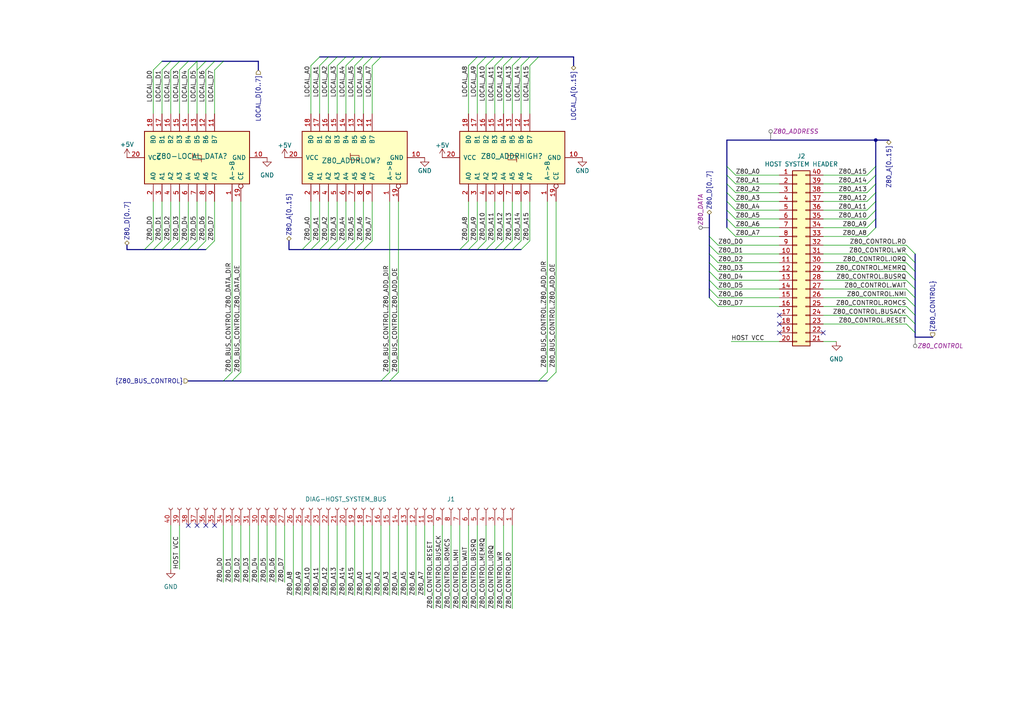
<source format=kicad_sch>
(kicad_sch (version 20230121) (generator eeschema)
  (paper "A4")
  (title_block (title "FujiNet Z80Bus reference design") (date "2023-05-13") (rev "0.1") (company "FujiNet") (comment 1 "Needs a sub schem for the physical ZXBus connector") (comment 2 "The host bus connection/buffering circuits"))
  (lib_symbols
    (symbol "74xx:74HC245" (pin_names (offset 1.016))
      (property "Reference" "U" (at -7.62 16.51 0))
      (property "Value" "74HC245" (at -7.62 -16.51 0))
      (symbol "74HC245_1_0"
        (polyline (pts (xy -0.635 -1.27) (xy -0.635 1.27) (xy 0.635 1.27)))
        (polyline (pts (xy -1.27 -1.27) (xy 0.635 -1.27) (xy 0.635 1.27) (xy 1.27 1.27)))
        (pin input line (at -12.7 -10.16 0) (length 5.08) (name "A->B") (number "1"))
        (pin power_in line (at 0 -20.32 90) (length 5.08) (name "GND") (number "10"))
        (pin tri_state line (at 12.7 -5.08 180) (length 5.08) (name "B7") (number "11"))
        (pin tri_state line (at 12.7 -2.54 180) (length 5.08) (name "B6") (number "12"))
        (pin tri_state line (at 12.7 0 180) (length 5.08) (name "B5") (number "13"))
        (pin tri_state line (at 12.7 2.54 180) (length 5.08) (name "B4") (number "14"))
        (pin tri_state line (at 12.7 5.08 180) (length 5.08) (name "B3") (number "15"))
        (pin tri_state line (at 12.7 7.62 180) (length 5.08) (name "B2") (number "16"))
        (pin tri_state line (at 12.7 10.16 180) (length 5.08) (name "B1") (number "17"))
        (pin tri_state line (at 12.7 12.7 180) (length 5.08) (name "B0") (number "18"))
        (pin input inverted (at -12.7 -12.7 0) (length 5.08) (name "CE") (number "19"))
        (pin tri_state line (at -12.7 12.7 0) (length 5.08) (name "A0") (number "2"))
        (pin power_in line (at 0 20.32 270) (length 5.08) (name "VCC") (number "20"))
        (pin tri_state line (at -12.7 10.16 0) (length 5.08) (name "A1") (number "3"))
        (pin tri_state line (at -12.7 7.62 0) (length 5.08) (name "A2") (number "4"))
        (pin tri_state line (at -12.7 5.08 0) (length 5.08) (name "A3") (number "5"))
        (pin tri_state line (at -12.7 2.54 0) (length 5.08) (name "A4") (number "6"))
        (pin tri_state line (at -12.7 0 0) (length 5.08) (name "A5") (number "7"))
        (pin tri_state line (at -12.7 -2.54 0) (length 5.08) (name "A6") (number "8"))
        (pin tri_state line (at -12.7 -5.08 0) (length 5.08) (name "A7") (number "9"))
      )
      (symbol "74HC245_1_1"
        (rectangle (start -7.62 15.24) (end 7.62 -15.24) (stroke (width 0.254)) (fill (type background)))
      )
    )
    (symbol "Connector:Conn_01x40_Socket" (pin_names (offset 1.016) hide)
      (property "Reference" "J" (at 0 50.8 0))
      (property "Value" "Conn_01x40_Socket" (at 0 -53.34 0))
      (symbol "Conn_01x40_Socket_1_1"
        (arc (start 0 -50.292) (mid -0.5058 -50.8) (end 0 -51.308) (stroke (width 0.1524)))
        (arc (start 0 -47.752) (mid -0.5058 -48.26) (end 0 -48.768) (stroke (width 0.1524)))
        (arc (start 0 -45.212) (mid -0.5058 -45.72) (end 0 -46.228) (stroke (width 0.1524)))
        (arc (start 0 -42.672) (mid -0.5058 -43.18) (end 0 -43.688) (stroke (width 0.1524)))
        (arc (start 0 -40.132) (mid -0.5058 -40.64) (end 0 -41.148) (stroke (width 0.1524)))
        (arc (start 0 -37.592) (mid -0.5058 -38.1) (end 0 -38.608) (stroke (width 0.1524)))
        (arc (start 0 -35.052) (mid -0.5058 -35.56) (end 0 -36.068) (stroke (width 0.1524)))
        (arc (start 0 -32.512) (mid -0.5058 -33.02) (end 0 -33.528) (stroke (width 0.1524)))
        (arc (start 0 -29.972) (mid -0.5058 -30.48) (end 0 -30.988) (stroke (width 0.1524)))
        (arc (start 0 -27.432) (mid -0.5058 -27.94) (end 0 -28.448) (stroke (width 0.1524)))
        (arc (start 0 -24.892) (mid -0.5058 -25.4) (end 0 -25.908) (stroke (width 0.1524)))
        (arc (start 0 -22.352) (mid -0.5058 -22.86) (end 0 -23.368) (stroke (width 0.1524)))
        (arc (start 0 -19.812) (mid -0.5058 -20.32) (end 0 -20.828) (stroke (width 0.1524)))
        (arc (start 0 -17.272) (mid -0.5058 -17.78) (end 0 -18.288) (stroke (width 0.1524)))
        (arc (start 0 -14.732) (mid -0.5058 -15.24) (end 0 -15.748) (stroke (width 0.1524)))
        (arc (start 0 -12.192) (mid -0.5058 -12.7) (end 0 -13.208) (stroke (width 0.1524)))
        (arc (start 0 -9.652) (mid -0.5058 -10.16) (end 0 -10.668) (stroke (width 0.1524)))
        (arc (start 0 -7.112) (mid -0.5058 -7.62) (end 0 -8.128) (stroke (width 0.1524)))
        (arc (start 0 -4.572) (mid -0.5058 -5.08) (end 0 -5.588) (stroke (width 0.1524)))
        (arc (start 0 -2.032) (mid -0.5058 -2.54) (end 0 -3.048) (stroke (width 0.1524)))
        (polyline (pts (xy -1.27 -50.8) (xy -0.508 -50.8)) (stroke (width 0.1524)))
        (polyline (pts (xy -1.27 -48.26) (xy -0.508 -48.26)) (stroke (width 0.1524)))
        (polyline (pts (xy -1.27 -45.72) (xy -0.508 -45.72)) (stroke (width 0.1524)))
        (polyline (pts (xy -1.27 -43.18) (xy -0.508 -43.18)) (stroke (width 0.1524)))
        (polyline (pts (xy -1.27 -40.64) (xy -0.508 -40.64)) (stroke (width 0.1524)))
        (polyline (pts (xy -1.27 -38.1) (xy -0.508 -38.1)) (stroke (width 0.1524)))
        (polyline (pts (xy -1.27 -35.56) (xy -0.508 -35.56)) (stroke (width 0.1524)))
        (polyline (pts (xy -1.27 -33.02) (xy -0.508 -33.02)) (stroke (width 0.1524)))
        (polyline (pts (xy -1.27 -30.48) (xy -0.508 -30.48)) (stroke (width 0.1524)))
        (polyline (pts (xy -1.27 -27.94) (xy -0.508 -27.94)) (stroke (width 0.1524)))
        (polyline (pts (xy -1.27 -25.4) (xy -0.508 -25.4)) (stroke (width 0.1524)))
        (polyline (pts (xy -1.27 -22.86) (xy -0.508 -22.86)) (stroke (width 0.1524)))
        (polyline (pts (xy -1.27 -20.32) (xy -0.508 -20.32)) (stroke (width 0.1524)))
        (polyline (pts (xy -1.27 -17.78) (xy -0.508 -17.78)) (stroke (width 0.1524)))
        (polyline (pts (xy -1.27 -15.24) (xy -0.508 -15.24)) (stroke (width 0.1524)))
        (polyline (pts (xy -1.27 -12.7) (xy -0.508 -12.7)) (stroke (width 0.1524)))
        (polyline (pts (xy -1.27 -10.16) (xy -0.508 -10.16)) (stroke (width 0.1524)))
        (polyline (pts (xy -1.27 -7.62) (xy -0.508 -7.62)) (stroke (width 0.1524)))
        (polyline (pts (xy -1.27 -5.08) (xy -0.508 -5.08)) (stroke (width 0.1524)))
        (polyline (pts (xy -1.27 -2.54) (xy -0.508 -2.54)) (stroke (width 0.1524)))
        (polyline (pts (xy -1.27 0) (xy -0.508 0)) (stroke (width 0.1524)))
        (polyline (pts (xy -1.27 2.54) (xy -0.508 2.54)) (stroke (width 0.1524)))
        (polyline (pts (xy -1.27 5.08) (xy -0.508 5.08)) (stroke (width 0.1524)))
        (polyline (pts (xy -1.27 7.62) (xy -0.508 7.62)) (stroke (width 0.1524)))
        (polyline (pts (xy -1.27 10.16) (xy -0.508 10.16)) (stroke (width 0.1524)))
        (polyline (pts (xy -1.27 12.7) (xy -0.508 12.7)) (stroke (width 0.1524)))
        (polyline (pts (xy -1.27 15.24) (xy -0.508 15.24)) (stroke (width 0.1524)))
        (polyline (pts (xy -1.27 17.78) (xy -0.508 17.78)) (stroke (width 0.1524)))
        (polyline (pts (xy -1.27 20.32) (xy -0.508 20.32)) (stroke (width 0.1524)))
        (polyline (pts (xy -1.27 22.86) (xy -0.508 22.86)) (stroke (width 0.1524)))
        (polyline (pts (xy -1.27 25.4) (xy -0.508 25.4)) (stroke (width 0.1524)))
        (polyline (pts (xy -1.27 27.94) (xy -0.508 27.94)) (stroke (width 0.1524)))
        (polyline (pts (xy -1.27 30.48) (xy -0.508 30.48)) (stroke (width 0.1524)))
        (polyline (pts (xy -1.27 33.02) (xy -0.508 33.02)) (stroke (width 0.1524)))
        (polyline (pts (xy -1.27 35.56) (xy -0.508 35.56)) (stroke (width 0.1524)))
        (polyline (pts (xy -1.27 38.1) (xy -0.508 38.1)) (stroke (width 0.1524)))
        (polyline (pts (xy -1.27 40.64) (xy -0.508 40.64)) (stroke (width 0.1524)))
        (polyline (pts (xy -1.27 43.18) (xy -0.508 43.18)) (stroke (width 0.1524)))
        (polyline (pts (xy -1.27 45.72) (xy -0.508 45.72)) (stroke (width 0.1524)))
        (polyline (pts (xy -1.27 48.26) (xy -0.508 48.26)) (stroke (width 0.1524)))
        (arc (start 0 0.508) (mid -0.5058 0) (end 0 -0.508) (stroke (width 0.1524)))
        (arc (start 0 3.048) (mid -0.5058 2.54) (end 0 2.032) (stroke (width 0.1524)))
        (arc (start 0 5.588) (mid -0.5058 5.08) (end 0 4.572) (stroke (width 0.1524)))
        (arc (start 0 8.128) (mid -0.5058 7.62) (end 0 7.112) (stroke (width 0.1524)))
        (arc (start 0 10.668) (mid -0.5058 10.16) (end 0 9.652) (stroke (width 0.1524)))
        (arc (start 0 13.208) (mid -0.5058 12.7) (end 0 12.192) (stroke (width 0.1524)))
        (arc (start 0 15.748) (mid -0.5058 15.24) (end 0 14.732) (stroke (width 0.1524)))
        (arc (start 0 18.288) (mid -0.5058 17.78) (end 0 17.272) (stroke (width 0.1524)))
        (arc (start 0 20.828) (mid -0.5058 20.32) (end 0 19.812) (stroke (width 0.1524)))
        (arc (start 0 23.368) (mid -0.5058 22.86) (end 0 22.352) (stroke (width 0.1524)))
        (arc (start 0 25.908) (mid -0.5058 25.4) (end 0 24.892) (stroke (width 0.1524)))
        (arc (start 0 28.448) (mid -0.5058 27.94) (end 0 27.432) (stroke (width 0.1524)))
        (arc (start 0 30.988) (mid -0.5058 30.48) (end 0 29.972) (stroke (width 0.1524)))
        (arc (start 0 33.528) (mid -0.5058 33.02) (end 0 32.512) (stroke (width 0.1524)))
        (arc (start 0 36.068) (mid -0.5058 35.56) (end 0 35.052) (stroke (width 0.1524)))
        (arc (start 0 38.608) (mid -0.5058 38.1) (end 0 37.592) (stroke (width 0.1524)))
        (arc (start 0 41.148) (mid -0.5058 40.64) (end 0 40.132) (stroke (width 0.1524)))
        (arc (start 0 43.688) (mid -0.5058 43.18) (end 0 42.672) (stroke (width 0.1524)))
        (arc (start 0 46.228) (mid -0.5058 45.72) (end 0 45.212) (stroke (width 0.1524)))
        (arc (start 0 48.768) (mid -0.5058 48.26) (end 0 47.752) (stroke (width 0.1524)))
        (pin passive line (at -5.08 48.26 0) (length 3.81) (name "Pin_1") (number "1"))
        (pin passive line (at -5.08 25.4 0) (length 3.81) (name "Pin_10") (number "10"))
        (pin passive line (at -5.08 22.86 0) (length 3.81) (name "Pin_11") (number "11"))
        (pin passive line (at -5.08 20.32 0) (length 3.81) (name "Pin_12") (number "12"))
        (pin passive line (at -5.08 17.78 0) (length 3.81) (name "Pin_13") (number "13"))
        (pin passive line (at -5.08 15.24 0) (length 3.81) (name "Pin_14") (number "14"))
        (pin passive line (at -5.08 12.7 0) (length 3.81) (name "Pin_15") (number "15"))
        (pin passive line (at -5.08 10.16 0) (length 3.81) (name "Pin_16") (number "16"))
        (pin passive line (at -5.08 7.62 0) (length 3.81) (name "Pin_17") (number "17"))
        (pin passive line (at -5.08 5.08 0) (length 3.81) (name "Pin_18") (number "18"))
        (pin passive line (at -5.08 2.54 0) (length 3.81) (name "Pin_19") (number "19"))
        (pin passive line (at -5.08 45.72 0) (length 3.81) (name "Pin_2") (number "2"))
        (pin passive line (at -5.08 0 0) (length 3.81) (name "Pin_20") (number "20"))
        (pin passive line (at -5.08 -2.54 0) (length 3.81) (name "Pin_21") (number "21"))
        (pin passive line (at -5.08 -5.08 0) (length 3.81) (name "Pin_22") (number "22"))
        (pin passive line (at -5.08 -7.62 0) (length 3.81) (name "Pin_23") (number "23"))
        (pin passive line (at -5.08 -10.16 0) (length 3.81) (name "Pin_24") (number "24"))
        (pin passive line (at -5.08 -12.7 0) (length 3.81) (name "Pin_25") (number "25"))
        (pin passive line (at -5.08 -15.24 0) (length 3.81) (name "Pin_26") (number "26"))
        (pin passive line (at -5.08 -17.78 0) (length 3.81) (name "Pin_27") (number "27"))
        (pin passive line (at -5.08 -20.32 0) (length 3.81) (name "Pin_28") (number "28"))
        (pin passive line (at -5.08 -22.86 0) (length 3.81) (name "Pin_29") (number "29"))
        (pin passive line (at -5.08 43.18 0) (length 3.81) (name "Pin_3") (number "3"))
        (pin passive line (at -5.08 -25.4 0) (length 3.81) (name "Pin_30") (number "30"))
        (pin passive line (at -5.08 -27.94 0) (length 3.81) (name "Pin_31") (number "31"))
        (pin passive line (at -5.08 -30.48 0) (length 3.81) (name "Pin_32") (number "32"))
        (pin passive line (at -5.08 -33.02 0) (length 3.81) (name "Pin_33") (number "33"))
        (pin passive line (at -5.08 -35.56 0) (length 3.81) (name "Pin_34") (number "34"))
        (pin passive line (at -5.08 -38.1 0) (length 3.81) (name "Pin_35") (number "35"))
        (pin passive line (at -5.08 -40.64 0) (length 3.81) (name "Pin_36") (number "36"))
        (pin passive line (at -5.08 -43.18 0) (length 3.81) (name "Pin_37") (number "37"))
        (pin passive line (at -5.08 -45.72 0) (length 3.81) (name "Pin_38") (number "38"))
        (pin passive line (at -5.08 -48.26 0) (length 3.81) (name "Pin_39") (number "39"))
        (pin passive line (at -5.08 40.64 0) (length 3.81) (name "Pin_4") (number "4"))
        (pin passive line (at -5.08 -50.8 0) (length 3.81) (name "Pin_40") (number "40"))
        (pin passive line (at -5.08 38.1 0) (length 3.81) (name "Pin_5") (number "5"))
        (pin passive line (at -5.08 35.56 0) (length 3.81) (name "Pin_6") (number "6"))
        (pin passive line (at -5.08 33.02 0) (length 3.81) (name "Pin_7") (number "7"))
        (pin passive line (at -5.08 30.48 0) (length 3.81) (name "Pin_8") (number "8"))
        (pin passive line (at -5.08 27.94 0) (length 3.81) (name "Pin_9") (number "9"))
      )
    )
    (symbol "Connector_Generic:Conn_02x20_Counter_Clockwise" (pin_names (offset 1.016) hide)
      (property "Reference" "J" (at 1.27 25.4 0))
      (property "Value" "Conn_02x20_Counter_Clockwise" (at 1.27 -27.94 0))
      (symbol "Conn_02x20_Counter_Clockwise_1_1"
        (rectangle (start -1.27 -25.273) (end 0 -25.527) (stroke (width 0.1524)))
        (rectangle (start -1.27 -22.733) (end 0 -22.987) (stroke (width 0.1524)))
        (rectangle (start -1.27 -20.193) (end 0 -20.447) (stroke (width 0.1524)))
        (rectangle (start -1.27 -17.653) (end 0 -17.907) (stroke (width 0.1524)))
        (rectangle (start -1.27 -15.113) (end 0 -15.367) (stroke (width 0.1524)))
        (rectangle (start -1.27 -12.573) (end 0 -12.827) (stroke (width 0.1524)))
        (rectangle (start -1.27 -10.033) (end 0 -10.287) (stroke (width 0.1524)))
        (rectangle (start -1.27 -7.493) (end 0 -7.747) (stroke (width 0.1524)))
        (rectangle (start -1.27 -4.953) (end 0 -5.207) (stroke (width 0.1524)))
        (rectangle (start -1.27 -2.413) (end 0 -2.667) (stroke (width 0.1524)))
        (rectangle (start -1.27 0.127) (end 0 -0.127) (stroke (width 0.1524)))
        (rectangle (start -1.27 2.667) (end 0 2.413) (stroke (width 0.1524)))
        (rectangle (start -1.27 5.207) (end 0 4.953) (stroke (width 0.1524)))
        (rectangle (start -1.27 7.747) (end 0 7.493) (stroke (width 0.1524)))
        (rectangle (start -1.27 10.287) (end 0 10.033) (stroke (width 0.1524)))
        (rectangle (start -1.27 12.827) (end 0 12.573) (stroke (width 0.1524)))
        (rectangle (start -1.27 15.367) (end 0 15.113) (stroke (width 0.1524)))
        (rectangle (start -1.27 17.907) (end 0 17.653) (stroke (width 0.1524)))
        (rectangle (start -1.27 20.447) (end 0 20.193) (stroke (width 0.1524)))
        (rectangle (start -1.27 22.987) (end 0 22.733) (stroke (width 0.1524)))
        (rectangle (start -1.27 24.13) (end 3.81 -26.67) (stroke (width 0.254)) (fill (type background)))
        (rectangle (start 3.81 -25.273) (end 2.54 -25.527) (stroke (width 0.1524)))
        (rectangle (start 3.81 -22.733) (end 2.54 -22.987) (stroke (width 0.1524)))
        (rectangle (start 3.81 -20.193) (end 2.54 -20.447) (stroke (width 0.1524)))
        (rectangle (start 3.81 -17.653) (end 2.54 -17.907) (stroke (width 0.1524)))
        (rectangle (start 3.81 -15.113) (end 2.54 -15.367) (stroke (width 0.1524)))
        (rectangle (start 3.81 -12.573) (end 2.54 -12.827) (stroke (width 0.1524)))
        (rectangle (start 3.81 -10.033) (end 2.54 -10.287) (stroke (width 0.1524)))
        (rectangle (start 3.81 -7.493) (end 2.54 -7.747) (stroke (width 0.1524)))
        (rectangle (start 3.81 -4.953) (end 2.54 -5.207) (stroke (width 0.1524)))
        (rectangle (start 3.81 -2.413) (end 2.54 -2.667) (stroke (width 0.1524)))
        (rectangle (start 3.81 0.127) (end 2.54 -0.127) (stroke (width 0.1524)))
        (rectangle (start 3.81 2.667) (end 2.54 2.413) (stroke (width 0.1524)))
        (rectangle (start 3.81 5.207) (end 2.54 4.953) (stroke (width 0.1524)))
        (rectangle (start 3.81 7.747) (end 2.54 7.493) (stroke (width 0.1524)))
        (rectangle (start 3.81 10.287) (end 2.54 10.033) (stroke (width 0.1524)))
        (rectangle (start 3.81 12.827) (end 2.54 12.573) (stroke (width 0.1524)))
        (rectangle (start 3.81 15.367) (end 2.54 15.113) (stroke (width 0.1524)))
        (rectangle (start 3.81 17.907) (end 2.54 17.653) (stroke (width 0.1524)))
        (rectangle (start 3.81 20.447) (end 2.54 20.193) (stroke (width 0.1524)))
        (rectangle (start 3.81 22.987) (end 2.54 22.733) (stroke (width 0.1524)))
        (pin passive line (at -5.08 22.86 0) (length 3.81) (name "Pin_1") (number "1"))
        (pin passive line (at -5.08 0 0) (length 3.81) (name "Pin_10") (number "10"))
        (pin passive line (at -5.08 -2.54 0) (length 3.81) (name "Pin_11") (number "11"))
        (pin passive line (at -5.08 -5.08 0) (length 3.81) (name "Pin_12") (number "12"))
        (pin passive line (at -5.08 -7.62 0) (length 3.81) (name "Pin_13") (number "13"))
        (pin passive line (at -5.08 -10.16 0) (length 3.81) (name "Pin_14") (number "14"))
        (pin passive line (at -5.08 -12.7 0) (length 3.81) (name "Pin_15") (number "15"))
        (pin passive line (at -5.08 -15.24 0) (length 3.81) (name "Pin_16") (number "16"))
        (pin passive line (at -5.08 -17.78 0) (length 3.81) (name "Pin_17") (number "17"))
        (pin passive line (at -5.08 -20.32 0) (length 3.81) (name "Pin_18") (number "18"))
        (pin passive line (at -5.08 -22.86 0) (length 3.81) (name "Pin_19") (number "19"))
        (pin passive line (at -5.08 20.32 0) (length 3.81) (name "Pin_2") (number "2"))
        (pin passive line (at -5.08 -25.4 0) (length 3.81) (name "Pin_20") (number "20"))
        (pin passive line (at 7.62 -25.4 180) (length 3.81) (name "Pin_21") (number "21"))
        (pin passive line (at 7.62 -22.86 180) (length 3.81) (name "Pin_22") (number "22"))
        (pin passive line (at 7.62 -20.32 180) (length 3.81) (name "Pin_23") (number "23"))
        (pin passive line (at 7.62 -17.78 180) (length 3.81) (name "Pin_24") (number "24"))
        (pin passive line (at 7.62 -15.24 180) (length 3.81) (name "Pin_25") (number "25"))
        (pin passive line (at 7.62 -12.7 180) (length 3.81) (name "Pin_26") (number "26"))
        (pin passive line (at 7.62 -10.16 180) (length 3.81) (name "Pin_27") (number "27"))
        (pin passive line (at 7.62 -7.62 180) (length 3.81) (name "Pin_28") (number "28"))
        (pin passive line (at 7.62 -5.08 180) (length 3.81) (name "Pin_29") (number "29"))
        (pin passive line (at -5.08 17.78 0) (length 3.81) (name "Pin_3") (number "3"))
        (pin passive line (at 7.62 -2.54 180) (length 3.81) (name "Pin_30") (number "30"))
        (pin passive line (at 7.62 0 180) (length 3.81) (name "Pin_31") (number "31"))
        (pin passive line (at 7.62 2.54 180) (length 3.81) (name "Pin_32") (number "32"))
        (pin passive line (at 7.62 5.08 180) (length 3.81) (name "Pin_33") (number "33"))
        (pin passive line (at 7.62 7.62 180) (length 3.81) (name "Pin_34") (number "34"))
        (pin passive line (at 7.62 10.16 180) (length 3.81) (name "Pin_35") (number "35"))
        (pin passive line (at 7.62 12.7 180) (length 3.81) (name "Pin_36") (number "36"))
        (pin passive line (at 7.62 15.24 180) (length 3.81) (name "Pin_37") (number "37"))
        (pin passive line (at 7.62 17.78 180) (length 3.81) (name "Pin_38") (number "38"))
        (pin passive line (at 7.62 20.32 180) (length 3.81) (name "Pin_39") (number "39"))
        (pin passive line (at -5.08 15.24 0) (length 3.81) (name "Pin_4") (number "4"))
        (pin passive line (at 7.62 22.86 180) (length 3.81) (name "Pin_40") (number "40"))
        (pin passive line (at -5.08 12.7 0) (length 3.81) (name "Pin_5") (number "5"))
        (pin passive line (at -5.08 10.16 0) (length 3.81) (name "Pin_6") (number "6"))
        (pin passive line (at -5.08 7.62 0) (length 3.81) (name "Pin_7") (number "7"))
        (pin passive line (at -5.08 5.08 0) (length 3.81) (name "Pin_8") (number "8"))
        (pin passive line (at -5.08 2.54 0) (length 3.81) (name "Pin_9") (number "9"))
      )
    )
    (symbol "power:+5V" (power) (pin_names (offset 0))
      (property "Value" "+5V" (at 0 3.556 0))
      (symbol "+5V_0_1"
        (polyline (pts (xy -0.762 1.27) (xy 0 2.54)))
        (polyline (pts (xy 0 0) (xy 0 2.54)))
        (polyline (pts (xy 0 2.54) (xy 0.762 1.27)))
      )
      (symbol "+5V_1_1"
        (pin power_in line (at 0 0 90) (length 0) hide (name "+5V") (number "1"))
      )
    )
    (symbol "power:GND" (power) (pin_names (offset 0))
      (property "Value" "GND" (at 0 -3.81 0))
      (symbol "GND_0_1"
        (polyline (pts (xy 0 0) (xy 0 -1.27) (xy 1.27 -1.27) (xy 0 -2.54) (xy -1.27 -1.27) (xy 0 -1.27)))
      )
      (symbol "GND_1_1"
        (pin power_in line (at 0 0 270) (length 0) hide (name "GND") (number "1"))
      )
    )
  )
  (junction (at 254 40.64))
  (no_connect (at 62.23 152.4))
  (no_connect (at 226.06 96.52))
  (no_connect (at 54.61 152.4))
  (no_connect (at 226.06 91.44))
  (no_connect (at 59.69 152.4))
  (no_connect (at 226.06 93.98))
  (no_connect (at 57.15 152.4))
  (no_connect (at 238.76 96.52))
  (bus_entry (at 49.53 20.32) (size 2.54 -2.54))
  (bus_entry (at 100.33 19.05) (size 2.54 -2.54))
  (bus_entry (at 205.74 71.12) (size 2.54 2.54))
  (bus_entry (at 254 58.42) (size -2.54 2.54))
  (bus_entry (at 254 53.34) (size -2.54 2.54))
  (bus_entry (at 262.89 83.82) (size 2.54 2.54))
  (bus_entry (at 46.99 72.39) (size 2.54 -2.54))
  (bus_entry (at 102.87 72.39) (size 2.54 -2.54))
  (bus_entry (at 44.45 20.32) (size 2.54 -2.54))
  (bus_entry (at 262.89 73.66) (size 2.54 2.54))
  (bus_entry (at 44.45 72.39) (size 2.54 -2.54))
  (bus_entry (at 205.74 76.2) (size 2.54 2.54))
  (bus_entry (at 97.79 19.05) (size 2.54 -2.54))
  (bus_entry (at 210.82 55.88) (size 2.54 2.54))
  (bus_entry (at 95.25 19.05) (size 2.54 -2.54))
  (bus_entry (at 254 48.26) (size -2.54 2.54))
  (bus_entry (at 210.82 48.26) (size 2.54 2.54))
  (bus_entry (at 113.03 110.49) (size 2.54 -2.54))
  (bus_entry (at 262.89 86.36) (size 2.54 2.54))
  (bus_entry (at 208.28 83.82) (size -2.54 -2.54))
  (bus_entry (at 105.41 72.39) (size 2.54 -2.54))
  (bus_entry (at 158.75 110.49) (size 2.54 -2.54))
  (bus_entry (at 92.71 72.39) (size 2.54 -2.54))
  (bus_entry (at 254 55.88) (size -2.54 2.54))
  (bus_entry (at 90.17 19.05) (size 2.54 -2.54))
  (bus_entry (at 254 60.96) (size -2.54 2.54))
  (bus_entry (at 52.07 20.32) (size 2.54 -2.54))
  (bus_entry (at 102.87 19.05) (size 2.54 -2.54))
  (bus_entry (at 107.95 19.05) (size 2.54 -2.54))
  (bus_entry (at 148.59 19.05) (size 2.54 -2.54))
  (bus_entry (at 105.41 19.05) (size 2.54 -2.54))
  (bus_entry (at 59.69 72.39) (size 2.54 -2.54))
  (bus_entry (at 262.89 81.28) (size 2.54 2.54))
  (bus_entry (at 95.25 72.39) (size 2.54 -2.54))
  (bus_entry (at 138.43 72.39) (size 2.54 -2.54))
  (bus_entry (at 92.71 19.05) (size 2.54 -2.54))
  (bus_entry (at 54.61 20.32) (size 2.54 -2.54))
  (bus_entry (at 262.89 93.98) (size 2.54 2.54))
  (bus_entry (at 46.99 20.32) (size 2.54 -2.54))
  (bus_entry (at 57.15 20.32) (size 2.54 -2.54))
  (bus_entry (at 153.67 19.05) (size 2.54 -2.54))
  (bus_entry (at 210.82 50.8) (size 2.54 2.54))
  (bus_entry (at 210.82 60.96) (size 2.54 2.54))
  (bus_entry (at 146.05 72.39) (size 2.54 -2.54))
  (bus_entry (at 151.13 72.39) (size 2.54 -2.54))
  (bus_entry (at 151.13 19.05) (size 2.54 -2.54))
  (bus_entry (at 205.74 86.36) (size 2.54 2.54))
  (bus_entry (at 262.89 88.9) (size 2.54 2.54))
  (bus_entry (at 100.33 72.39) (size 2.54 -2.54))
  (bus_entry (at 62.23 20.32) (size 2.54 -2.54))
  (bus_entry (at 262.89 78.74) (size 2.54 2.54))
  (bus_entry (at 97.79 72.39) (size 2.54 -2.54))
  (bus_entry (at 52.07 72.39) (size 2.54 -2.54))
  (bus_entry (at 135.89 72.39) (size 2.54 -2.54))
  (bus_entry (at 205.74 83.82) (size 2.54 2.54))
  (bus_entry (at 210.82 53.34) (size 2.54 2.54))
  (bus_entry (at 54.61 72.39) (size 2.54 -2.54))
  (bus_entry (at 67.31 110.49) (size 2.54 -2.54))
  (bus_entry (at 87.63 72.39) (size 2.54 -2.54))
  (bus_entry (at 138.43 19.05) (size 2.54 -2.54))
  (bus_entry (at 110.49 110.49) (size 2.54 -2.54))
  (bus_entry (at 208.28 71.12) (size -2.54 -2.54))
  (bus_entry (at 146.05 19.05) (size 2.54 -2.54))
  (bus_entry (at 262.89 71.12) (size 2.54 2.54))
  (bus_entry (at 140.97 19.05) (size 2.54 -2.54))
  (bus_entry (at 59.69 20.32) (size 2.54 -2.54))
  (bus_entry (at 254 63.5) (size -2.54 2.54))
  (bus_entry (at 140.97 72.39) (size 2.54 -2.54))
  (bus_entry (at 49.53 72.39) (size 2.54 -2.54))
  (bus_entry (at 254 66.04) (size -2.54 2.54))
  (bus_entry (at 64.77 110.49) (size 2.54 -2.54))
  (bus_entry (at 254 50.8) (size -2.54 2.54))
  (bus_entry (at 148.59 72.39) (size 2.54 -2.54))
  (bus_entry (at 210.82 66.04) (size 2.54 2.54))
  (bus_entry (at 41.91 72.39) (size 2.54 -2.54))
  (bus_entry (at 57.15 72.39) (size 2.54 -2.54))
  (bus_entry (at 210.82 63.5) (size 2.54 2.54))
  (bus_entry (at 210.82 58.42) (size 2.54 2.54))
  (bus_entry (at 156.21 110.49) (size 2.54 -2.54))
  (bus_entry (at 143.51 72.39) (size 2.54 -2.54))
  (bus_entry (at 262.89 91.44) (size 2.54 2.54))
  (bus_entry (at 208.28 81.28) (size -2.54 -2.54))
  (bus_entry (at 133.35 72.39) (size 2.54 -2.54))
  (bus_entry (at 208.28 76.2) (size -2.54 -2.54))
  (bus_entry (at 135.89 19.05) (size 2.54 -2.54))
  (bus_entry (at 262.89 76.2) (size 2.54 2.54))
  (bus_entry (at 143.51 19.05) (size 2.54 -2.54))
  (bus_entry (at 90.17 72.39) (size 2.54 -2.54))
  (wire (pts (xy 130.81 152.4) (xy 130.81 176.53)))
  (wire (pts (xy 102.87 33.02) (xy 102.87 19.05)))
  (wire (pts (xy 113.03 152.4) (xy 113.03 172.72)))
  (wire (pts (xy 77.47 152.4) (xy 77.47 168.91)))
  (bus (pts (xy 49.53 17.78) (xy 52.07 17.78)))
  (bus (pts (xy 87.63 72.39) (xy 90.17 72.39)))
  (bus (pts (xy 254 48.26) (xy 254 50.8)))
  (wire (pts (xy 62.23 33.02) (xy 62.23 20.32)))
  (bus (pts (xy 265.43 76.2) (xy 265.43 78.74)))
  (wire (pts (xy 140.97 33.02) (xy 140.97 19.05)))
  (bus (pts (xy 54.61 110.49) (xy 64.77 110.49)))
  (wire (pts (xy 262.89 73.66) (xy 238.76 73.66)))
  (wire (pts (xy 64.77 152.4) (xy 64.77 168.91)))
  (wire (pts (xy 46.99 58.42) (xy 46.99 69.85)))
  (wire (pts (xy 213.36 53.34) (xy 226.06 53.34)))
  (wire (pts (xy 49.53 58.42) (xy 49.53 69.85)))
  (bus (pts (xy 110.49 110.49) (xy 113.03 110.49)))
  (wire (pts (xy 148.59 33.02) (xy 148.59 19.05)))
  (wire (pts (xy 128.27 152.4) (xy 128.27 176.53)))
  (wire (pts (xy 115.57 107.95) (xy 115.57 58.42)))
  (wire (pts (xy 262.89 81.28) (xy 238.76 81.28)))
  (wire (pts (xy 90.17 152.4) (xy 90.17 172.72)))
  (wire (pts (xy 135.89 33.02) (xy 135.89 19.05)))
  (bus (pts (xy 107.95 16.51) (xy 110.49 16.51)))
  (bus (pts (xy 64.77 17.78) (xy 74.93 17.78)))
  (bus (pts (xy 265.43 86.36) (xy 265.43 88.9)))
  (wire (pts (xy 90.17 58.42) (xy 90.17 69.85)))
  (bus (pts (xy 46.99 72.39) (xy 49.53 72.39)))
  (wire (pts (xy 226.06 99.06) (xy 212.09 99.06)))
  (wire (pts (xy 226.06 60.96) (xy 213.36 60.96)))
  (bus (pts (xy 205.74 68.58) (xy 205.74 71.12)))
  (bus (pts (xy 95.25 16.51) (xy 97.79 16.51)))
  (wire (pts (xy 148.59 58.42) (xy 148.59 69.85)))
  (bus (pts (xy 166.37 16.51) (xy 166.37 19.05)))
  (bus (pts (xy 265.43 78.74) (xy 265.43 81.28)))
  (wire (pts (xy 146.05 33.02) (xy 146.05 19.05)))
  (bus (pts (xy 205.74 83.82) (xy 205.74 86.36)))
  (bus (pts (xy 156.21 110.49) (xy 158.75 110.49)))
  (bus (pts (xy 100.33 72.39) (xy 102.87 72.39)))
  (bus (pts (xy 148.59 72.39) (xy 151.13 72.39)))
  (wire (pts (xy 74.93 152.4) (xy 74.93 168.91)))
  (wire (pts (xy 146.05 58.42) (xy 146.05 69.85)))
  (wire (pts (xy 226.06 68.58) (xy 213.36 68.58)))
  (wire (pts (xy 95.25 152.4) (xy 95.25 172.72)))
  (wire (pts (xy 120.65 152.4) (xy 120.65 172.72)))
  (bus (pts (xy 210.82 58.42) (xy 210.82 60.96)))
  (bus (pts (xy 210.82 55.88) (xy 210.82 58.42)))
  (wire (pts (xy 242.57 99.06) (xy 238.76 99.06)))
  (bus (pts (xy 254 60.96) (xy 254 63.5)))
  (bus (pts (xy 210.82 60.96) (xy 210.82 63.5)))
  (bus (pts (xy 254 40.64) (xy 254 48.26)))
  (bus (pts (xy 205.74 78.74) (xy 205.74 81.28)))
  (bus (pts (xy 140.97 16.51) (xy 143.51 16.51)))
  (bus (pts (xy 62.23 17.78) (xy 64.77 17.78)))
  (bus (pts (xy 153.67 16.51) (xy 156.21 16.51)))
  (wire (pts (xy 69.85 152.4) (xy 69.85 168.91)))
  (bus (pts (xy 210.82 50.8) (xy 210.82 53.34)))
  (wire (pts (xy 262.89 93.98) (xy 238.76 93.98)))
  (bus (pts (xy 265.43 96.52) (xy 265.43 97.79)))
  (wire (pts (xy 238.76 50.8) (xy 251.46 50.8)))
  (wire (pts (xy 143.51 33.02) (xy 143.51 19.05)))
  (bus (pts (xy 67.31 110.49) (xy 110.49 110.49)))
  (wire (pts (xy 97.79 33.02) (xy 97.79 19.05)))
  (bus (pts (xy 210.82 48.26) (xy 210.82 50.8)))
  (wire (pts (xy 105.41 33.02) (xy 105.41 19.05)))
  (bus (pts (xy 113.03 110.49) (xy 156.21 110.49)))
  (bus (pts (xy 146.05 72.39) (xy 148.59 72.39)))
  (wire (pts (xy 57.15 33.02) (xy 57.15 20.32)))
  (wire (pts (xy 49.53 152.4) (xy 49.53 165.1)))
  (bus (pts (xy 64.77 110.49) (xy 67.31 110.49)))
  (wire (pts (xy 151.13 58.42) (xy 151.13 69.85)))
  (bus (pts (xy 146.05 16.51) (xy 148.59 16.51)))
  (wire (pts (xy 226.06 88.9) (xy 208.28 88.9)))
  (wire (pts (xy 251.46 58.42) (xy 238.76 58.42)))
  (bus (pts (xy 254 55.88) (xy 254 58.42)))
  (wire (pts (xy 262.89 91.44) (xy 238.76 91.44)))
  (wire (pts (xy 69.85 58.42) (xy 69.85 107.95)))
  (wire (pts (xy 143.51 152.4) (xy 143.51 176.53)))
  (wire (pts (xy 140.97 58.42) (xy 140.97 69.85)))
  (wire (pts (xy 161.29 107.95) (xy 161.29 58.42)))
  (bus (pts (xy 110.49 16.51) (xy 138.43 16.51)))
  (bus (pts (xy 265.43 73.66) (xy 265.43 76.2)))
  (bus (pts (xy 105.41 72.39) (xy 133.35 72.39)))
  (bus (pts (xy 138.43 72.39) (xy 140.97 72.39)))
  (wire (pts (xy 140.97 152.4) (xy 140.97 176.53)))
  (wire (pts (xy 67.31 152.4) (xy 67.31 168.91)))
  (bus (pts (xy 83.82 72.39) (xy 87.63 72.39)))
  (wire (pts (xy 100.33 152.4) (xy 100.33 172.72)))
  (bus (pts (xy 210.82 40.64) (xy 254 40.64)))
  (wire (pts (xy 226.06 71.12) (xy 208.28 71.12)))
  (wire (pts (xy 52.07 33.02) (xy 52.07 20.32)))
  (wire (pts (xy 100.33 33.02) (xy 100.33 19.05)))
  (wire (pts (xy 213.36 66.04) (xy 226.06 66.04)))
  (wire (pts (xy 97.79 58.42) (xy 97.79 69.85)))
  (bus (pts (xy 205.74 71.12) (xy 205.74 73.66)))
  (wire (pts (xy 105.41 58.42) (xy 105.41 69.85)))
  (wire (pts (xy 107.95 152.4) (xy 107.95 172.72)))
  (bus (pts (xy 54.61 17.78) (xy 57.15 17.78)))
  (wire (pts (xy 57.15 58.42) (xy 57.15 69.85)))
  (wire (pts (xy 113.03 107.95) (xy 113.03 58.42)))
  (wire (pts (xy 102.87 58.42) (xy 102.87 69.85)))
  (wire (pts (xy 226.06 76.2) (xy 208.28 76.2)))
  (bus (pts (xy 148.59 16.51) (xy 151.13 16.51)))
  (wire (pts (xy 262.89 88.9) (xy 238.76 88.9)))
  (wire (pts (xy 213.36 63.5) (xy 226.06 63.5)))
  (bus (pts (xy 44.45 72.39) (xy 46.99 72.39)))
  (bus (pts (xy 54.61 72.39) (xy 57.15 72.39)))
  (wire (pts (xy 107.95 33.02) (xy 107.95 19.05)))
  (bus (pts (xy 102.87 16.51) (xy 105.41 16.51)))
  (bus (pts (xy 205.74 62.23) (xy 205.74 68.58)))
  (wire (pts (xy 44.45 58.42) (xy 44.45 69.85)))
  (bus (pts (xy 265.43 81.28) (xy 265.43 83.82)))
  (wire (pts (xy 143.51 58.42) (xy 143.51 69.85)))
  (bus (pts (xy 92.71 72.39) (xy 95.25 72.39)))
  (bus (pts (xy 52.07 17.78) (xy 54.61 17.78)))
  (wire (pts (xy 54.61 58.42) (xy 54.61 69.85)))
  (wire (pts (xy 62.23 58.42) (xy 62.23 69.85)))
  (wire (pts (xy 90.17 33.02) (xy 90.17 19.05)))
  (wire (pts (xy 92.71 58.42) (xy 92.71 69.85)))
  (wire (pts (xy 226.06 86.36) (xy 208.28 86.36)))
  (bus (pts (xy 210.82 63.5) (xy 210.82 66.04)))
  (bus (pts (xy 210.82 40.64) (xy 210.82 48.26)))
  (bus (pts (xy 166.37 16.51) (xy 156.21 16.51)))
  (wire (pts (xy 46.99 33.02) (xy 46.99 20.32)))
  (bus (pts (xy 105.41 16.51) (xy 107.95 16.51)))
  (wire (pts (xy 118.11 152.4) (xy 118.11 172.72)))
  (wire (pts (xy 52.07 152.4) (xy 52.07 165.1)))
  (wire (pts (xy 52.07 58.42) (xy 52.07 69.85)))
  (bus (pts (xy 59.69 17.78) (xy 62.23 17.78)))
  (bus (pts (xy 265.43 91.44) (xy 265.43 93.98)))
  (wire (pts (xy 148.59 152.4) (xy 148.59 176.53)))
  (bus (pts (xy 90.17 72.39) (xy 92.71 72.39)))
  (wire (pts (xy 213.36 50.8) (xy 226.06 50.8)))
  (bus (pts (xy 92.71 16.51) (xy 95.25 16.51)))
  (bus (pts (xy 265.43 97.79) (xy 270.51 97.79)))
  (wire (pts (xy 100.33 58.42) (xy 100.33 69.85)))
  (wire (pts (xy 92.71 33.02) (xy 92.71 19.05)))
  (bus (pts (xy 46.99 17.78) (xy 49.53 17.78)))
  (wire (pts (xy 238.76 55.88) (xy 251.46 55.88)))
  (bus (pts (xy 254 63.5) (xy 254 66.04)))
  (wire (pts (xy 80.01 152.4) (xy 80.01 168.91)))
  (wire (pts (xy 59.69 58.42) (xy 59.69 69.85)))
  (wire (pts (xy 44.45 33.02) (xy 44.45 20.32)))
  (bus (pts (xy 49.53 72.39) (xy 52.07 72.39)))
  (bus (pts (xy 97.79 16.51) (xy 100.33 16.51)))
  (wire (pts (xy 135.89 152.4) (xy 135.89 176.53)))
  (bus (pts (xy 265.43 88.9) (xy 265.43 91.44)))
  (wire (pts (xy 97.79 152.4) (xy 97.79 172.72)))
  (wire (pts (xy 146.05 152.4) (xy 146.05 176.53)))
  (wire (pts (xy 107.95 58.42) (xy 107.95 69.85)))
  (bus (pts (xy 135.89 72.39) (xy 138.43 72.39)))
  (wire (pts (xy 95.25 58.42) (xy 95.25 69.85)))
  (wire (pts (xy 87.63 152.4) (xy 87.63 172.72)))
  (wire (pts (xy 262.89 83.82) (xy 238.76 83.82)))
  (wire (pts (xy 72.39 152.4) (xy 72.39 168.91)))
  (bus (pts (xy 254 58.42) (xy 254 60.96)))
  (wire (pts (xy 102.87 152.4) (xy 102.87 172.72)))
  (wire (pts (xy 115.57 152.4) (xy 115.57 172.72)))
  (wire (pts (xy 138.43 33.02) (xy 138.43 19.05)))
  (wire (pts (xy 105.41 152.4) (xy 105.41 172.72)))
  (wire (pts (xy 153.67 58.42) (xy 153.67 69.85)))
  (wire (pts (xy 151.13 33.02) (xy 151.13 19.05)))
  (bus (pts (xy 140.97 72.39) (xy 143.51 72.39)))
  (bus (pts (xy 36.83 72.39) (xy 41.91 72.39)))
  (wire (pts (xy 213.36 55.88) (xy 226.06 55.88)))
  (wire (pts (xy 226.06 73.66) (xy 208.28 73.66)))
  (bus (pts (xy 102.87 72.39) (xy 105.41 72.39)))
  (wire (pts (xy 138.43 58.42) (xy 138.43 69.85)))
  (wire (pts (xy 82.55 152.4) (xy 82.55 168.91)))
  (wire (pts (xy 238.76 60.96) (xy 251.46 60.96)))
  (wire (pts (xy 262.89 86.36) (xy 238.76 86.36)))
  (wire (pts (xy 226.06 81.28) (xy 208.28 81.28)))
  (bus (pts (xy 265.43 93.98) (xy 265.43 96.52)))
  (wire (pts (xy 262.89 71.12) (xy 238.76 71.12)))
  (wire (pts (xy 123.19 152.4) (xy 123.19 172.72)))
  (bus (pts (xy 265.43 83.82) (xy 265.43 86.36)))
  (wire (pts (xy 57.15 20.32) (xy 57.15 17.78)))
  (wire (pts (xy 125.73 152.4) (xy 125.73 176.53)))
  (bus (pts (xy 83.82 69.85) (xy 83.82 72.39)))
  (bus (pts (xy 205.74 76.2) (xy 205.74 78.74)))
  (wire (pts (xy 67.31 58.42) (xy 67.31 107.95)))
  (bus (pts (xy 74.93 20.32) (xy 74.93 17.78)))
  (bus (pts (xy 57.15 72.39) (xy 59.69 72.39)))
  (wire (pts (xy 226.06 78.74) (xy 208.28 78.74)))
  (wire (pts (xy 133.35 152.4) (xy 133.35 176.53)))
  (bus (pts (xy 36.83 71.12) (xy 36.83 72.39)))
  (wire (pts (xy 251.46 53.34) (xy 238.76 53.34)))
  (wire (pts (xy 153.67 33.02) (xy 153.67 19.05)))
  (bus (pts (xy 95.25 72.39) (xy 97.79 72.39)))
  (bus (pts (xy 143.51 16.51) (xy 146.05 16.51)))
  (bus (pts (xy 100.33 16.51) (xy 102.87 16.51)))
  (wire (pts (xy 54.61 33.02) (xy 54.61 20.32)))
  (wire (pts (xy 92.71 152.4) (xy 92.71 172.72)))
  (bus (pts (xy 210.82 53.34) (xy 210.82 55.88)))
  (bus (pts (xy 257.81 40.64) (xy 254 40.64)))
  (bus (pts (xy 57.15 17.78) (xy 59.69 17.78)))
  (bus (pts (xy 205.74 73.66) (xy 205.74 76.2)))
  (wire (pts (xy 262.89 78.74) (xy 238.76 78.74)))
  (wire (pts (xy 135.89 58.42) (xy 135.89 69.85)))
  (wire (pts (xy 262.89 76.2) (xy 238.76 76.2)))
  (bus (pts (xy 151.13 16.51) (xy 153.67 16.51)))
  (wire (pts (xy 158.75 107.95) (xy 158.75 58.42)))
  (wire (pts (xy 49.53 33.02) (xy 49.53 20.32)))
  (wire (pts (xy 138.43 152.4) (xy 138.43 176.53)))
  (wire (pts (xy 226.06 83.82) (xy 208.28 83.82)))
  (bus (pts (xy 143.51 72.39) (xy 146.05 72.39)))
  (bus (pts (xy 138.43 16.51) (xy 140.97 16.51)))
  (wire (pts (xy 251.46 68.58) (xy 238.76 68.58)))
  (wire (pts (xy 110.49 152.4) (xy 110.49 172.72)))
  (wire (pts (xy 59.69 33.02) (xy 59.69 20.32)))
  (bus (pts (xy 133.35 72.39) (xy 135.89 72.39)))
  (bus (pts (xy 52.07 72.39) (xy 54.61 72.39)))
  (bus (pts (xy 254 50.8) (xy 254 53.34)))
  (wire (pts (xy 238.76 66.04) (xy 251.46 66.04)))
  (wire (pts (xy 85.09 152.4) (xy 85.09 172.72)))
  (bus (pts (xy 97.79 72.39) (xy 100.33 72.39)))
  (bus (pts (xy 205.74 81.28) (xy 205.74 83.82)))
  (bus (pts (xy 254 53.34) (xy 254 55.88)))
  (wire (pts (xy 95.25 33.02) (xy 95.25 19.05)))
  (wire (pts (xy 251.46 63.5) (xy 238.76 63.5)))
  (bus (pts (xy 41.91 72.39) (xy 44.45 72.39)))
  (wire (pts (xy 213.36 58.42) (xy 226.06 58.42)))
  (label "LOCAL_A3" (at 97.79 19.05 270))
  (label "Z80_D0" (at 64.77 168.91 90))
  (label "Z80_A12" (at 95.25 172.72 90))
  (label "LOCAL_A6" (at 105.41 19.05 270))
  (label "LOCAL_A0" (at 90.17 19.05 270))
  (label "Z80_D3" (at 208.28 78.74 0))
  (label "Z80_CONTROL.ROMCS" (at 130.81 176.53 90))
  (label "Z80_D2" (at 49.53 69.85 90))
  (label "Z80_A0" (at 105.41 172.72 90))
  (label "Z80_D3" (at 52.07 69.85 90))
  (label "LOCAL_A8" (at 135.89 19.05 270))
  (label "Z80_A0" (at 213.36 50.8 0))
  (label "Z80_D2" (at 69.85 168.91 90))
  (label "Z80_A7" (at 107.95 69.85 90))
  (label "LOCAL_A12" (at 146.05 19.05 270))
  (label "LOCAL_A15" (at 153.67 19.05 270))
  (label "Z80_A9" (at 87.63 172.72 90))
  (label "Z80_D0" (at 208.28 71.12 0))
  (label "Z80_A12" (at 251.46 58.42 180))
  (label "LOCAL_D0" (at 44.45 20.32 270))
  (label "Z80_D5" (at 77.47 168.91 90))
  (label "Z80_D6" (at 80.01 168.91 90))
  (label "Z80_A9" (at 138.43 69.85 90))
  (label "Z80_D7" (at 62.23 69.85 90))
  (label "Z80_A0" (at 90.17 69.85 90))
  (label "Z80_A4" (at 213.36 60.96 0))
  (label "LOCAL_D3" (at 52.07 20.32 270))
  (label "Z80_A2" (at 95.25 69.85 90))
  (label "Z80_A11" (at 92.71 172.72 90))
  (label "Z80_A4" (at 115.57 172.72 90))
  (label "LOCAL_A1" (at 92.71 19.05 270))
  (label "Z80_A2" (at 110.49 172.72 90))
  (label "Z80_CONTROL.WR" (at 262.89 73.66 180))
  (label "Z80_D0" (at 44.45 69.85 90))
  (label "LOCAL_A5" (at 102.87 19.05 270))
  (label "Z80_CONTROL.IORQ" (at 262.89 76.2 180))
  (label "HOST VCC" (at 52.07 165.1 90))
  (label "Z80_A13" (at 97.79 172.72 90))
  (label "Z80_A6" (at 105.41 69.85 90))
  (label "Z80_BUS_CONTROL.Z80_ADD_DIR" (at 158.75 106.68 90))
  (label "Z80_A1" (at 107.95 172.72 90))
  (label "Z80_CONTROL.NMI" (at 262.89 86.36 180))
  (label "Z80_A7" (at 123.19 172.72 90))
  (label "LOCAL_D7" (at 62.23 20.32 270))
  (label "Z80_D4" (at 74.93 168.91 90))
  (label "Z80_BUS_CONTROL.Z80_ADD_DIR" (at 113.03 107.95 90))
  (label "Z80_D1" (at 208.28 73.66 0))
  (label "Z80_A3" (at 113.03 172.72 90))
  (label "Z80_A5" (at 102.87 69.85 90))
  (label "LOCAL_D2" (at 49.53 20.32 270))
  (label "Z80_D5" (at 57.15 69.85 90))
  (label "Z80_A14" (at 251.46 53.34 180))
  (label "Z80_A13" (at 251.46 55.88 180))
  (label "Z80_CONTROL.IORQ" (at 143.51 176.53 90))
  (label "Z80_A10" (at 90.17 172.72 90))
  (label "LOCAL_D1" (at 46.99 20.32 270))
  (label "Z80_CONTROL.RD" (at 262.89 71.12 180))
  (label "Z80_CONTROL.BUSACK" (at 262.89 91.44 180))
  (label "Z80_CONTROL.BUSACK" (at 128.27 176.53 90))
  (label "Z80_D3" (at 72.39 168.91 90))
  (label "HOST VCC" (at 212.09 99.06 0))
  (label "Z80_CONTROL.RESET" (at 125.73 176.53 90))
  (label "Z80_A8" (at 85.09 172.72 90))
  (label "Z80_BUS_CONTROL.Z80_ADD_OE" (at 161.29 106.68 90))
  (label "Z80_A1" (at 92.71 69.85 90))
  (label "Z80_CONTROL.WAIT" (at 262.89 83.82 180))
  (label "Z80_A5" (at 213.36 63.5 0))
  (label "Z80_CONTROL.WAIT" (at 135.89 176.53 90))
  (label "LOCAL_D5" (at 57.15 20.32 270))
  (label "Z80_A4" (at 100.33 69.85 90))
  (label "Z80_A15" (at 102.87 172.72 90))
  (label "Z80_A10" (at 251.46 63.5 180))
  (label "Z80_CONTROL.RD" (at 148.59 176.53 90))
  (label "Z80_A6" (at 120.65 172.72 90))
  (label "Z80_A14" (at 100.33 172.72 90))
  (label "LOCAL_A7" (at 107.95 19.05 270))
  (label "Z80_CONTROL.WR" (at 146.05 176.53 90))
  (label "Z80_A9" (at 251.46 66.04 180))
  (label "Z80_D6" (at 59.69 69.85 90))
  (label "Z80_D4" (at 208.28 81.28 0))
  (label "Z80_A3" (at 213.36 58.42 0))
  (label "Z80_D1" (at 46.99 69.85 90))
  (label "Z80_CONTROL.MEMRQ" (at 262.89 78.74 180))
  (label "Z80_A15" (at 153.67 69.85 90))
  (label "Z80_CONTROL.MEMRQ" (at 140.97 176.53 90))
  (label "Z80_D7" (at 82.55 168.91 90))
  (label "Z80_CONTROL.ROMCS" (at 262.89 88.9 180))
  (label "Z80_A10" (at 140.97 69.85 90))
  (label "LOCAL_A13" (at 148.59 19.05 270))
  (label "Z80_A2" (at 213.36 55.88 0))
  (label "LOCAL_D6" (at 59.69 20.32 270))
  (label "Z80_BUS_CONTROL.Z80_ADD_OE" (at 115.57 107.95 90))
  (label "Z80_A11" (at 251.46 60.96 180))
  (label "Z80_A14" (at 151.13 69.85 90))
  (label "Z80_BUS_CONTROL.Z80_DATA_OE" (at 69.85 107.95 90))
  (label "LOCAL_A14" (at 151.13 19.05 270))
  (label "Z80_A1" (at 213.36 53.34 0))
  (label "Z80_D1" (at 67.31 168.91 90))
  (label "Z80_A11" (at 143.51 69.85 90))
  (label "Z80_A7" (at 213.36 68.58 0))
  (label "LOCAL_A10" (at 140.97 19.05 270))
  (label "Z80_D5" (at 208.28 83.82 0))
  (label "LOCAL_A11" (at 143.51 19.05 270))
  (label "Z80_A8" (at 135.89 69.85 90))
  (label "Z80_A15" (at 251.46 50.8 180))
  (label "Z80_CONTROL.BUSRQ" (at 262.89 81.28 180))
  (label "LOCAL_D4" (at 54.61 20.32 270))
  (label "Z80_D4" (at 54.61 69.85 90))
  (label "Z80_A6" (at 213.36 66.04 0))
  (label "Z80_A13" (at 148.59 69.85 90))
  (label "LOCAL_A9" (at 138.43 19.05 270))
  (label "Z80_D7" (at 208.28 88.9 0))
  (label "LOCAL_A4" (at 100.33 19.05 270))
  (label "Z80_BUS_CONTROL.Z80_DATA_DIR" (at 67.31 107.95 90))
  (label "Z80_A3" (at 97.79 69.85 90))
  (label "Z80_CONTROL.NMI" (at 133.35 176.53 90))
  (label "Z80_CONTROL.BUSRQ" (at 138.43 176.53 90))
  (label "Z80_D6" (at 208.28 86.36 0))
  (label "Z80_D2" (at 208.28 76.2 0))
  (label "Z80_A5" (at 118.11 172.72 90))
  (label "Z80_A8" (at 251.46 68.58 180))
  (label "Z80_CONTROL.RESET" (at 262.89 93.98 180))
  (label "LOCAL_A2" (at 95.25 19.05 270))
  (label "Z80_A12" (at 146.05 69.85 90))
  (hierarchical_label "Z80_A[0..15]" (shape bidirectional) (at 83.82 69.85 90))
  (hierarchical_label "{Z80_CONTROL}" (shape input) (at 270.51 97.79 90))
  (hierarchical_label "Z80_D[0..7]" (shape bidirectional) (at 36.83 71.12 90))
  (hierarchical_label "Z80_A[0..15]" (shape bidirectional) (at 257.81 40.64 270))
  (hierarchical_label "LOCAL_A[0..15]" (shape bidirectional) (at 166.37 19.05 270))
  (hierarchical_label "{Z80_BUS_CONTROL}" (shape input) (at 54.61 110.49 180))
  (hierarchical_label "Z80_D[0..7]" (shape bidirectional) (at 205.74 62.23 90))
  (hierarchical_label "LOCAL_D[0..7]" (shape input) (at 74.93 20.32 270))
  (netclass_flag "" (length 2.54) (shape round) (at 205.74 66.04 90) (property "Netclass" "Z80_DATA" (at 203.2 65.4304 90) (effects (font italic) (justify left))))
  (netclass_flag "" (length 2.54) (shape round) (at 265.43 97.79 180) (property "Netclass" "Z80_CONTROL" (at 266.0396 100.33 0) (effects (font italic) (justify left))))
  (netclass_flag "" (length 2.54) (shape round) (at 223.52 40.64 0) (property "Netclass" "Z80_ADDRESS" (at 224.1296 38.1 0) (effects (font italic) (justify left))))
  (symbol (lib_id "Connector:Conn_01x40_Socket") (at 100.33 147.32 270) (mirror x) (unit 1)
    (property "Reference" "J1" (at 130.81 144.78 90))
    (property "Value" "DIAG-HOST_SYSTEM_BUS" (at 100.33 144.78 90))
    (property "Footprint" "Connector_PinHeader_2.54mm:PinHeader_1x40_P2.54mm_Vertical" (effects hide))
    (instances (project "FujiNet_Z80Bus_Basic" (path "" (reference "J1") (unit 1))) (project "ZXspectrum_Concept_v2.kicad_pro" (path "" (reference "DIAG-HOST_SYSTEM_BUS1") (unit 1))))
  )
  (symbol (lib_id "Connector_Generic:Conn_02x20_Counter_Clockwise") (at 231.14 73.66 0) (unit 1)
    (property "Reference" "J2" (at 232.41 45.2882 0))
    (property "Value" "HOST SYSTEM HEADER" (at 232.41 47.5996 0))
    (property "Footprint" "Connector_PinHeader_2.54mm:PinHeader_2x20_P2.54mm_Vertical" (effects hide))
  )
  (symbol (lib_id "74xx:74HC245") (at 57.15 45.72 90) (unit 1)
    (property "Reference" "Z80-LOCAL_DATA?" (at 66.04 44.45 90) (effects (font (size 1.4986 1.4986)) (justify left bottom)))
    (property "Value" "74HC245N" (effects hide))
    (property "Footprint" "Package_DIP:DIP-20_W7.62mm_Socket" (effects hide))
    (property "Datasheet" "http://www.ti.com/lit/gpn/sn74HC245" (effects hide))
    (instances (project "FujiNet_Z80Bus_Basic" (path "" (reference "Z80-LOCAL_DATA?") (unit 1))) (project "ZXspectrum_Concept_v2.kicad_pro" (path "" (reference "Z80-LOCAL_DATA?") (unit 1)) (path "" (reference "Z80-LOCAL_DATA1") (unit 1))))
  )
  (symbol (lib_id "74xx:74HC245") (at 148.59 45.72 90) (unit 1)
    (property "Reference" "Z80_ADDRHIGH?" (at 157.48 44.45 90) (effects (font (size 1.4986 1.4986)) (justify left bottom)))
    (property "Value" "74HC245N" (effects hide))
    (property "Footprint" "Package_DIP:DIP-20_W7.62mm_Socket" (effects hide))
    (property "Datasheet" "http://www.ti.com/lit/gpn/sn74HC245" (effects hide))
    (instances (project "FujiNet_Z80Bus_Basic" (path "" (reference "Z80_ADDRHIGH?") (unit 1))) (project "ZXspectrum_Concept_v2.kicad_pro" (path "" (reference "Z80_ADDRHIGH?") (unit 1)) (path "" (reference "Z80_ADDRHIGH1") (unit 1))))
  )
  (symbol (lib_id "74xx:74HC245") (at 102.87 45.72 90) (unit 1)
    (property "Reference" "Z80_ADDRLOW?" (at 110.49 45.72 90) (effects (font (size 1.4986 1.4986)) (justify left bottom)))
    (property "Value" "74HC245N" (effects hide))
    (property "Footprint" "Package_DIP:DIP-20_W7.62mm_Socket" (effects hide))
    (property "Datasheet" "http://www.ti.com/lit/gpn/sn74HC245" (effects hide))
    (instances (project "FujiNet_Z80Bus_Basic" (path "" (reference "Z80_ADDRLOW?") (unit 1))) (project "ZXspectrum_Concept_v2.kicad_pro" (path "" (reference "Z80_ADDRLOW?") (unit 1)) (path "" (reference "Z80_ADDRLOW1") (unit 1))))
  )
  (symbol (lib_id "power:GND") (at 49.53 165.1 0) (unit 1)
    (property "Reference" "#PWR035" (effects hide))
    (property "Value" "GND" (at 49.53 170.18 0))
  )
  (symbol (lib_id "power:GND") (at 77.47 45.72 0) (unit 1)
    (property "Reference" "#PWR036" (effects hide))
    (property "Value" "GND" (at 77.47 50.8 0))
  )
  (symbol (lib_id "power:GND") (at 242.57 99.06 0) (unit 1)
    (property "Reference" "#PWR041" (effects hide))
    (property "Value" "GND" (at 242.57 104.14 0))
  )
  (symbol (lib_id "power:GND") (at 168.91 45.72 0) (unit 1)
    (property "Reference" "#PWR040" (effects hide))
    (property "Value" "GND" (at 168.91 49.53 0))
  )
  (symbol (lib_id "power:+5V") (at 36.83 45.72 0) (unit 1)
    (property "Reference" "#PWR034" (effects hide))
    (property "Value" "+5V" (at 36.83 41.91 0))
  )
  (symbol (lib_id "power:+5V") (at 82.55 45.72 0) (unit 1)
    (property "Reference" "#PWR037" (effects hide))
    (property "Value" "+5V" (at 82.55 42.164 0))
  )
  (symbol (lib_id "power:+5V") (at 128.27 45.72 0) (unit 1)
    (property "Reference" "#PWR039" (effects hide))
    (property "Value" "+5V" (at 128.27 42.164 0))
  )
  (symbol (lib_id "power:GND") (at 123.19 45.72 0) (unit 1)
    (property "Reference" "#PWR038" (effects hide))
    (property "Value" "GND" (at 123.19 49.53 0))
  )
)
</source>
